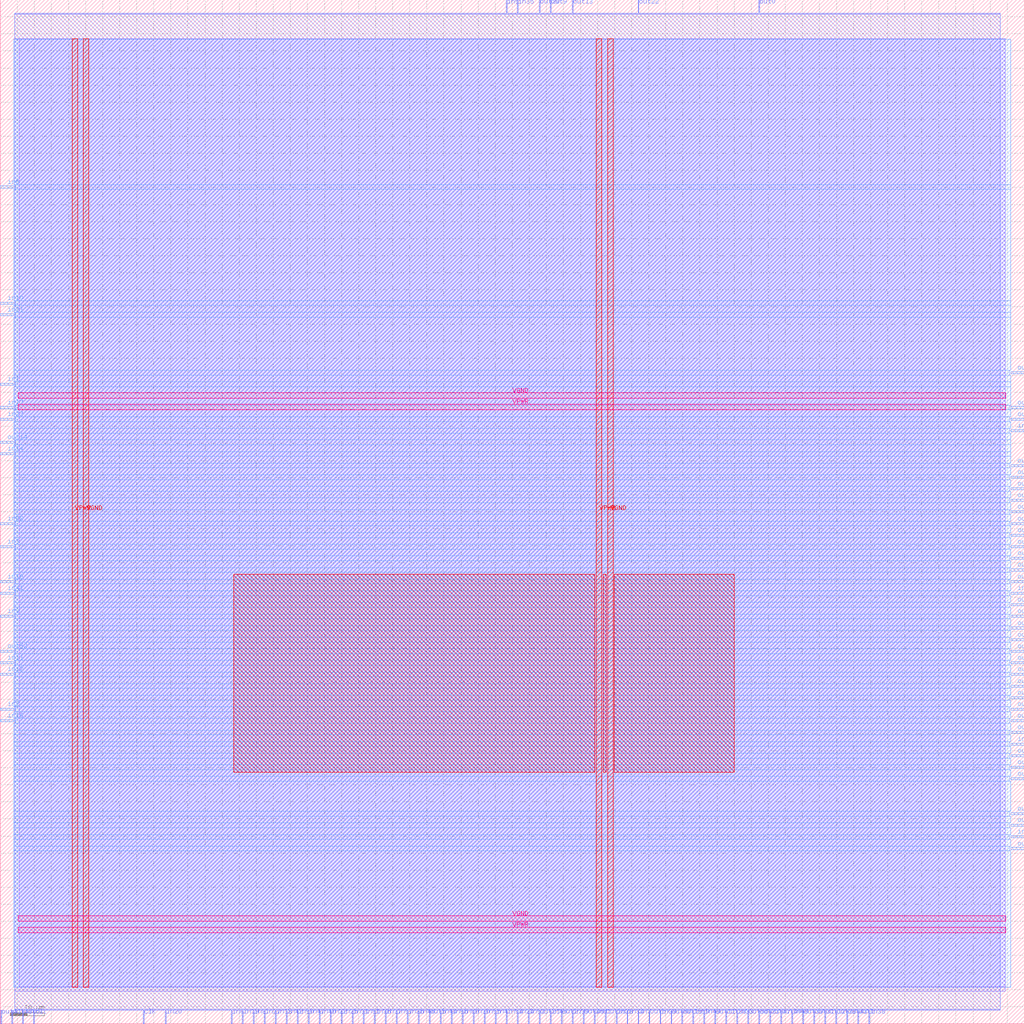
<source format=lef>
VERSION 5.7 ;
  NOWIREEXTENSIONATPIN ON ;
  DIVIDERCHAR "/" ;
  BUSBITCHARS "[]" ;
MACRO netlist_0
  CLASS BLOCK ;
  FOREIGN netlist_0 ;
  ORIGIN 0.000 0.000 ;
  SIZE 300.000 BY 300.000 ;
  PIN VGND
    DIRECTION INOUT ;
    USE GROUND ;
    PORT
      LAYER met4 ;
        RECT 24.340 10.640 25.940 288.560 ;
    END
    PORT
      LAYER met4 ;
        RECT 177.940 10.640 179.540 288.560 ;
    END
    PORT
      LAYER met5 ;
        RECT 5.280 30.030 294.640 31.630 ;
    END
    PORT
      LAYER met5 ;
        RECT 5.280 183.210 294.640 184.810 ;
    END
  END VGND
  PIN VPWR
    DIRECTION INOUT ;
    USE POWER ;
    PORT
      LAYER met4 ;
        RECT 21.040 10.640 22.640 288.560 ;
    END
    PORT
      LAYER met4 ;
        RECT 174.640 10.640 176.240 288.560 ;
    END
    PORT
      LAYER met5 ;
        RECT 5.280 26.730 294.640 28.330 ;
    END
    PORT
      LAYER met5 ;
        RECT 5.280 179.910 294.640 181.510 ;
    END
  END VPWR
  PIN clk
    DIRECTION INPUT ;
    USE SIGNAL ;
    ANTENNAGATEAREA 0.852000 ;
    ANTENNADIFFAREA 0.434700 ;
    PORT
      LAYER met2 ;
        RECT 41.950 0.000 42.230 4.000 ;
    END
  END clk
  PIN in0
    DIRECTION INPUT ;
    USE SIGNAL ;
    ANTENNAGATEAREA 0.495000 ;
    ANTENNADIFFAREA 0.434700 ;
    PORT
      LAYER met2 ;
        RECT 67.710 0.000 67.990 4.000 ;
    END
  END in0
  PIN in1
    DIRECTION INPUT ;
    USE SIGNAL ;
    ANTENNAGATEAREA 0.213000 ;
    ANTENNADIFFAREA 0.434700 ;
    PORT
      LAYER met3 ;
        RECT 0.000 187.040 4.000 187.640 ;
    END
  END in1
  PIN in10
    DIRECTION INPUT ;
    USE SIGNAL ;
    ANTENNAGATEAREA 0.159000 ;
    ANTENNADIFFAREA 0.434700 ;
    PORT
      LAYER met3 ;
        RECT 0.000 210.840 4.000 211.440 ;
    END
  END in10
  PIN in11
    DIRECTION INPUT ;
    USE SIGNAL ;
    ANTENNAGATEAREA 0.196500 ;
    ANTENNADIFFAREA 0.434700 ;
    PORT
      LAYER met3 ;
        RECT 0.000 105.440 4.000 106.040 ;
    END
  END in11
  PIN in12
    DIRECTION INPUT ;
    USE SIGNAL ;
    ANTENNAGATEAREA 0.196500 ;
    ANTENNADIFFAREA 0.434700 ;
    PORT
      LAYER met3 ;
        RECT 0.000 102.040 4.000 102.640 ;
    END
  END in12
  PIN in13
    DIRECTION INPUT ;
    USE SIGNAL ;
    ANTENNAGATEAREA 0.196500 ;
    ANTENNADIFFAREA 0.434700 ;
    PORT
      LAYER met2 ;
        RECT 80.590 0.000 80.870 4.000 ;
    END
  END in13
  PIN in14
    DIRECTION INPUT ;
    USE SIGNAL ;
    ANTENNAGATEAREA 0.196500 ;
    ANTENNADIFFAREA 0.434700 ;
    PORT
      LAYER met3 ;
        RECT 0.000 166.640 4.000 167.240 ;
    END
  END in14
  PIN in15
    DIRECTION INPUT ;
    USE SIGNAL ;
    ANTENNAGATEAREA 0.213000 ;
    ANTENNADIFFAREA 0.434700 ;
    PORT
      LAYER met3 ;
        RECT 296.000 173.440 300.000 174.040 ;
    END
  END in15
  PIN in16
    DIRECTION INPUT ;
    USE SIGNAL ;
    ANTENNAGATEAREA 0.196500 ;
    ANTENNADIFFAREA 0.434700 ;
    PORT
      LAYER met3 ;
        RECT 0.000 88.440 4.000 89.040 ;
    END
  END in16
  PIN in17
    DIRECTION INPUT ;
    USE SIGNAL ;
    ANTENNAGATEAREA 0.213000 ;
    ANTENNADIFFAREA 0.434700 ;
    PORT
      LAYER met3 ;
        RECT 0.000 180.240 4.000 180.840 ;
    END
  END in17
  PIN in18
    DIRECTION INPUT ;
    USE SIGNAL ;
    ANTENNAGATEAREA 0.126000 ;
    ANTENNADIFFAREA 0.434700 ;
    PORT
      LAYER met3 ;
        RECT 0.000 129.240 4.000 129.840 ;
    END
  END in18
  PIN in19
    DIRECTION INPUT ;
    USE SIGNAL ;
    ANTENNAGATEAREA 0.159000 ;
    ANTENNADIFFAREA 0.434700 ;
    PORT
      LAYER met2 ;
        RECT 70.930 0.000 71.210 4.000 ;
    END
  END in19
  PIN in2
    DIRECTION INPUT ;
    USE SIGNAL ;
    ANTENNAGATEAREA 0.126000 ;
    ANTENNADIFFAREA 0.434700 ;
    PORT
      LAYER met3 ;
        RECT 0.000 91.840 4.000 92.440 ;
    END
  END in2
  PIN in20
    DIRECTION INPUT ;
    USE SIGNAL ;
    ANTENNAGATEAREA 0.159000 ;
    ANTENNADIFFAREA 0.434700 ;
    PORT
      LAYER met2 ;
        RECT 48.390 0.000 48.670 4.000 ;
    END
  END in20
  PIN in21
    DIRECTION INPUT ;
    USE SIGNAL ;
    ANTENNAGATEAREA 0.990000 ;
    ANTENNADIFFAREA 0.434700 ;
    PORT
      LAYER met3 ;
        RECT 0.000 207.440 4.000 208.040 ;
    END
  END in21
  PIN in22
    DIRECTION INPUT ;
    USE SIGNAL ;
    ANTENNAGATEAREA 0.213000 ;
    ANTENNADIFFAREA 0.434700 ;
    PORT
      LAYER met2 ;
        RECT 96.690 0.000 96.970 4.000 ;
    END
  END in22
  PIN in23
    DIRECTION INPUT ;
    USE SIGNAL ;
    ANTENNAGATEAREA 0.126000 ;
    ANTENNADIFFAREA 0.434700 ;
    PORT
      LAYER met3 ;
        RECT 0.000 176.840 4.000 177.440 ;
    END
  END in23
  PIN in24
    DIRECTION INPUT ;
    USE SIGNAL ;
    ANTENNAGATEAREA 0.196500 ;
    ANTENNADIFFAREA 0.434700 ;
    PORT
      LAYER met2 ;
        RECT 151.430 0.000 151.710 4.000 ;
    END
  END in24
  PIN in25
    DIRECTION INPUT ;
    USE SIGNAL ;
    ANTENNAGATEAREA 0.196500 ;
    ANTENNADIFFAREA 0.434700 ;
    PORT
      LAYER met2 ;
        RECT 99.910 0.000 100.190 4.000 ;
    END
  END in25
  PIN in26
    DIRECTION INPUT ;
    USE SIGNAL ;
    ANTENNAGATEAREA 0.196500 ;
    ANTENNADIFFAREA 0.434700 ;
    PORT
      LAYER met2 ;
        RECT 119.230 0.000 119.510 4.000 ;
    END
  END in26
  PIN in27
    DIRECTION INPUT ;
    USE SIGNAL ;
    ANTENNAGATEAREA 0.213000 ;
    ANTENNADIFFAREA 0.434700 ;
    PORT
      LAYER met2 ;
        RECT 77.370 0.000 77.650 4.000 ;
    END
  END in27
  PIN in28
    DIRECTION INPUT ;
    USE SIGNAL ;
    ANTENNAGATEAREA 0.196500 ;
    ANTENNADIFFAREA 0.434700 ;
    PORT
      LAYER met2 ;
        RECT 180.410 0.000 180.690 4.000 ;
    END
  END in28
  PIN in29
    DIRECTION INPUT ;
    USE SIGNAL ;
    ANTENNAGATEAREA 0.159000 ;
    ANTENNADIFFAREA 0.434700 ;
    PORT
      LAYER met2 ;
        RECT 193.290 0.000 193.570 4.000 ;
    END
  END in29
  PIN in3
    DIRECTION INPUT ;
    USE SIGNAL ;
    ANTENNAGATEAREA 0.213000 ;
    ANTENNADIFFAREA 0.434700 ;
    PORT
      LAYER met3 ;
        RECT 0.000 139.440 4.000 140.040 ;
    END
  END in3
  PIN in30
    DIRECTION INPUT ;
    USE SIGNAL ;
    ANTENNAGATEAREA 0.196500 ;
    ANTENNADIFFAREA 0.434700 ;
    PORT
      LAYER met2 ;
        RECT 138.550 0.000 138.830 4.000 ;
    END
  END in30
  PIN in31
    DIRECTION INPUT ;
    USE SIGNAL ;
    ANTENNAGATEAREA 0.213000 ;
    ANTENNADIFFAREA 0.434700 ;
    PORT
      LAYER met2 ;
        RECT 103.130 0.000 103.410 4.000 ;
    END
  END in31
  PIN in32
    DIRECTION INPUT ;
    USE SIGNAL ;
    ANTENNAGATEAREA 0.213000 ;
    ANTENNADIFFAREA 0.434700 ;
    PORT
      LAYER met3 ;
        RECT 296.000 81.640 300.000 82.240 ;
    END
  END in32
  PIN in33
    DIRECTION INPUT ;
    USE SIGNAL ;
    ANTENNAGATEAREA 0.213000 ;
    ANTENNADIFFAREA 0.434700 ;
    PORT
      LAYER met2 ;
        RECT 215.830 0.000 216.110 4.000 ;
    END
  END in33
  PIN in34
    DIRECTION INPUT ;
    USE SIGNAL ;
    ANTENNAGATEAREA 0.213000 ;
    ANTENNADIFFAREA 0.434700 ;
    PORT
      LAYER met2 ;
        RECT 183.630 0.000 183.910 4.000 ;
    END
  END in34
  PIN in35
    DIRECTION INPUT ;
    USE SIGNAL ;
    ANTENNAGATEAREA 0.196500 ;
    ANTENNADIFFAREA 0.434700 ;
    PORT
      LAYER met2 ;
        RECT 151.430 296.000 151.710 300.000 ;
    END
  END in35
  PIN in36
    DIRECTION INPUT ;
    USE SIGNAL ;
    ANTENNAGATEAREA 0.196500 ;
    ANTENNADIFFAREA 0.434700 ;
    PORT
      LAYER met2 ;
        RECT 109.570 0.000 109.850 4.000 ;
    END
  END in36
  PIN in37
    DIRECTION INPUT ;
    USE SIGNAL ;
    ANTENNAGATEAREA 0.196500 ;
    ANTENNADIFFAREA 0.434700 ;
    PORT
      LAYER met2 ;
        RECT 112.790 0.000 113.070 4.000 ;
    END
  END in37
  PIN in38
    DIRECTION INPUT ;
    USE SIGNAL ;
    ANTENNAGATEAREA 0.213000 ;
    ANTENNADIFFAREA 0.434700 ;
    PORT
      LAYER met2 ;
        RECT 254.470 0.000 254.750 4.000 ;
    END
  END in38
  PIN in39
    DIRECTION INPUT ;
    USE SIGNAL ;
    ANTENNAGATEAREA 0.196500 ;
    ANTENNADIFFAREA 0.434700 ;
    PORT
      LAYER met2 ;
        RECT 167.530 0.000 167.810 4.000 ;
    END
  END in39
  PIN in4
    DIRECTION INPUT ;
    USE SIGNAL ;
    ANTENNAGATEAREA 0.196500 ;
    ANTENNADIFFAREA 0.434700 ;
    PORT
      LAYER met2 ;
        RECT 144.990 0.000 145.270 4.000 ;
    END
  END in4
  PIN in40
    DIRECTION INPUT ;
    USE SIGNAL ;
    ANTENNAGATEAREA 0.213000 ;
    ANTENNADIFFAREA 0.434700 ;
    PORT
      LAYER met2 ;
        RECT 93.470 0.000 93.750 4.000 ;
    END
  END in40
  PIN in41
    DIRECTION INPUT ;
    USE SIGNAL ;
    ANTENNAGATEAREA 0.126000 ;
    ANTENNADIFFAREA 0.434700 ;
    PORT
      LAYER met3 ;
        RECT 0.000 125.840 4.000 126.440 ;
    END
  END in41
  PIN in42
    DIRECTION INPUT ;
    USE SIGNAL ;
    ANTENNAGATEAREA 0.196500 ;
    ANTENNADIFFAREA 0.434700 ;
    PORT
      LAYER met2 ;
        RECT 83.810 0.000 84.090 4.000 ;
    END
  END in42
  PIN in43
    DIRECTION INPUT ;
    USE SIGNAL ;
    ANTENNAGATEAREA 0.159000 ;
    ANTENNADIFFAREA 0.434700 ;
    PORT
      LAYER met3 ;
        RECT 296.000 125.840 300.000 126.440 ;
    END
  END in43
  PIN in44
    DIRECTION INPUT ;
    USE SIGNAL ;
    ANTENNAGATEAREA 0.196500 ;
    ANTENNADIFFAREA 0.434700 ;
    PORT
      LAYER met2 ;
        RECT 128.890 0.000 129.170 4.000 ;
    END
  END in44
  PIN in45
    DIRECTION INPUT ;
    USE SIGNAL ;
    ANTENNAGATEAREA 0.196500 ;
    ANTENNADIFFAREA 0.434700 ;
    PORT
      LAYER met2 ;
        RECT 161.090 0.000 161.370 4.000 ;
    END
  END in45
  PIN in46
    DIRECTION INPUT ;
    USE SIGNAL ;
    ANTENNAGATEAREA 0.196500 ;
    ANTENNADIFFAREA 0.434700 ;
    PORT
      LAYER met2 ;
        RECT 122.450 0.000 122.730 4.000 ;
    END
  END in46
  PIN in47
    DIRECTION INPUT ;
    USE SIGNAL ;
    ANTENNAGATEAREA 0.196500 ;
    ANTENNADIFFAREA 0.434700 ;
    PORT
      LAYER met2 ;
        RECT 90.250 0.000 90.530 4.000 ;
    END
  END in47
  PIN in48
    DIRECTION INPUT ;
    USE SIGNAL ;
    ANTENNAGATEAREA 0.196500 ;
    ANTENNADIFFAREA 0.434700 ;
    PORT
      LAYER met2 ;
        RECT 231.930 0.000 232.210 4.000 ;
    END
  END in48
  PIN in49
    DIRECTION INPUT ;
    USE SIGNAL ;
    ANTENNAGATEAREA 0.159000 ;
    ANTENNADIFFAREA 0.434700 ;
    PORT
      LAYER met2 ;
        RECT 206.170 0.000 206.450 4.000 ;
    END
  END in49
  PIN in5
    DIRECTION INPUT ;
    USE SIGNAL ;
    ANTENNAGATEAREA 0.213000 ;
    ANTENNADIFFAREA 0.434700 ;
    PORT
      LAYER met2 ;
        RECT 148.210 296.000 148.490 300.000 ;
    END
  END in5
  PIN in50
    DIRECTION INPUT ;
    USE SIGNAL ;
    ANTENNAGATEAREA 0.159000 ;
    ANTENNADIFFAREA 0.434700 ;
    PORT
      LAYER met2 ;
        RECT 87.030 0.000 87.310 4.000 ;
    END
  END in50
  PIN in51
    DIRECTION INPUT ;
    USE SIGNAL ;
    ANTENNAGATEAREA 0.196500 ;
    ANTENNADIFFAREA 0.434700 ;
    PORT
      LAYER met2 ;
        RECT 106.350 0.000 106.630 4.000 ;
    END
  END in51
  PIN in52
    DIRECTION INPUT ;
    USE SIGNAL ;
    ANTENNAGATEAREA 0.126000 ;
    ANTENNADIFFAREA 0.434700 ;
    PORT
      LAYER met2 ;
        RECT 154.650 0.000 154.930 4.000 ;
    END
  END in52
  PIN in53
    DIRECTION INPUT ;
    USE SIGNAL ;
    ANTENNAGATEAREA 0.213000 ;
    ANTENNADIFFAREA 0.434700 ;
    PORT
      LAYER met3 ;
        RECT 296.000 54.440 300.000 55.040 ;
    END
  END in53
  PIN in54
    DIRECTION INPUT ;
    USE SIGNAL ;
    ANTENNAGATEAREA 0.196500 ;
    ANTENNADIFFAREA 0.434700 ;
    PORT
      LAYER met2 ;
        RECT 148.210 0.000 148.490 4.000 ;
    END
  END in54
  PIN in55
    DIRECTION INPUT ;
    USE SIGNAL ;
    ANTENNAGATEAREA 0.196500 ;
    ANTENNADIFFAREA 0.434700 ;
    PORT
      LAYER met2 ;
        RECT 141.770 0.000 142.050 4.000 ;
    END
  END in55
  PIN in56
    DIRECTION INPUT ;
    USE SIGNAL ;
    ANTENNAGATEAREA 0.196500 ;
    ANTENNADIFFAREA 0.434700 ;
    PORT
      LAYER met2 ;
        RECT 132.110 0.000 132.390 4.000 ;
    END
  END in56
  PIN in57
    DIRECTION INPUT ;
    USE SIGNAL ;
    ANTENNAGATEAREA 0.196500 ;
    ANTENNADIFFAREA 0.434700 ;
    PORT
      LAYER met2 ;
        RECT 116.010 0.000 116.290 4.000 ;
    END
  END in57
  PIN in58
    DIRECTION INPUT ;
    USE SIGNAL ;
    ANTENNAGATEAREA 0.159000 ;
    ANTENNADIFFAREA 0.434700 ;
    PORT
      LAYER met3 ;
        RECT 0.000 146.240 4.000 146.840 ;
    END
  END in58
  PIN in59
    DIRECTION INPUT ;
    USE SIGNAL ;
    ANTENNAGATEAREA 0.247500 ;
    ANTENNADIFFAREA 0.434700 ;
    PORT
      LAYER met2 ;
        RECT 202.950 0.000 203.230 4.000 ;
    END
  END in59
  PIN in6
    DIRECTION INPUT ;
    USE SIGNAL ;
    ANTENNAGATEAREA 0.159000 ;
    ANTENNADIFFAREA 0.434700 ;
    PORT
      LAYER met3 ;
        RECT 0.000 244.840 4.000 245.440 ;
    END
  END in6
  PIN in60
    DIRECTION INPUT ;
    USE SIGNAL ;
    ANTENNAGATEAREA 0.196500 ;
    ANTENNADIFFAREA 0.434700 ;
    PORT
      LAYER met2 ;
        RECT 135.330 0.000 135.610 4.000 ;
    END
  END in60
  PIN in61
    DIRECTION INPUT ;
    USE SIGNAL ;
    ANTENNAGATEAREA 0.196500 ;
    ANTENNADIFFAREA 0.434700 ;
    PORT
      LAYER met2 ;
        RECT 173.970 0.000 174.250 4.000 ;
    END
  END in61
  PIN in7
    DIRECTION INPUT ;
    USE SIGNAL ;
    ANTENNAGATEAREA 0.196500 ;
    ANTENNADIFFAREA 0.434700 ;
    PORT
      LAYER met2 ;
        RECT 186.850 0.000 187.130 4.000 ;
    END
  END in7
  PIN in8
    DIRECTION INPUT ;
    USE SIGNAL ;
    ANTENNAGATEAREA 0.213000 ;
    ANTENNADIFFAREA 0.434700 ;
    PORT
      LAYER met2 ;
        RECT 74.150 0.000 74.430 4.000 ;
    END
  END in8
  PIN in9
    DIRECTION INPUT ;
    USE SIGNAL ;
    ANTENNAGATEAREA 0.196500 ;
    ANTENNADIFFAREA 0.434700 ;
    PORT
      LAYER met3 ;
        RECT 0.000 119.040 4.000 119.640 ;
    END
  END in9
  PIN out0
    DIRECTION OUTPUT ;
    USE SIGNAL ;
    ANTENNADIFFAREA 0.795200 ;
    PORT
      LAYER met2 ;
        RECT 222.270 296.000 222.550 300.000 ;
    END
  END out0
  PIN out1
    DIRECTION OUTPUT ;
    USE SIGNAL ;
    ANTENNADIFFAREA 0.445500 ;
    PORT
      LAYER met2 ;
        RECT 251.250 0.000 251.530 4.000 ;
    END
  END out1
  PIN out10
    DIRECTION OUTPUT ;
    USE SIGNAL ;
    ANTENNADIFFAREA 0.445500 ;
    PORT
      LAYER met3 ;
        RECT 296.000 139.440 300.000 140.040 ;
    END
  END out10
  PIN out11
    DIRECTION OUTPUT ;
    USE SIGNAL ;
    ANTENNADIFFAREA 0.445500 ;
    PORT
      LAYER met2 ;
        RECT 209.390 0.000 209.670 4.000 ;
    END
  END out11
  PIN out12
    DIRECTION OUTPUT ;
    USE SIGNAL ;
    ANTENNADIFFAREA 0.445500 ;
    PORT
      LAYER met2 ;
        RECT 241.590 0.000 241.870 4.000 ;
    END
  END out12
  PIN out13
    DIRECTION OUTPUT ;
    USE SIGNAL ;
    ANTENNADIFFAREA 0.340600 ;
    PORT
      LAYER met2 ;
        RECT 167.530 296.000 167.810 300.000 ;
    END
  END out13
  PIN out14
    DIRECTION OUTPUT ;
    USE SIGNAL ;
    ANTENNADIFFAREA 0.445500 ;
    PORT
      LAYER met3 ;
        RECT 0.000 170.040 4.000 170.640 ;
    END
  END out14
  PIN out15
    DIRECTION OUTPUT ;
    USE SIGNAL ;
    ANTENNADIFFAREA 0.445500 ;
    PORT
      LAYER met2 ;
        RECT 199.730 0.000 200.010 4.000 ;
    END
  END out15
  PIN out16
    DIRECTION OUTPUT ;
    USE SIGNAL ;
    ANTENNADIFFAREA 0.445500 ;
    PORT
      LAYER met3 ;
        RECT 296.000 108.840 300.000 109.440 ;
    END
  END out16
  PIN out17
    DIRECTION OUTPUT ;
    USE SIGNAL ;
    ANTENNADIFFAREA 0.445500 ;
    PORT
      LAYER met3 ;
        RECT 296.000 190.440 300.000 191.040 ;
    END
  END out17
  PIN out18
    DIRECTION OUTPUT ;
    USE SIGNAL ;
    ANTENNADIFFAREA 0.445500 ;
    PORT
      LAYER met3 ;
        RECT 296.000 74.840 300.000 75.440 ;
    END
  END out18
  PIN out19
    DIRECTION OUTPUT ;
    USE SIGNAL ;
    ANTENNADIFFAREA 0.445500 ;
    PORT
      LAYER met3 ;
        RECT 296.000 180.240 300.000 180.840 ;
    END
  END out19
  PIN out2
    DIRECTION OUTPUT ;
    USE SIGNAL ;
    ANTENNADIFFAREA 0.445500 ;
    PORT
      LAYER met3 ;
        RECT 296.000 129.240 300.000 129.840 ;
    END
  END out2
  PIN out20
    DIRECTION OUTPUT ;
    USE SIGNAL ;
    ANTENNADIFFAREA 0.795200 ;
    PORT
      LAYER met2 ;
        RECT 157.870 296.000 158.150 300.000 ;
    END
  END out20
  PIN out21
    DIRECTION OUTPUT ;
    USE SIGNAL ;
    ANTENNADIFFAREA 0.445500 ;
    PORT
      LAYER met2 ;
        RECT 157.870 0.000 158.150 4.000 ;
    END
  END out21
  PIN out22
    DIRECTION OUTPUT ;
    USE SIGNAL ;
    ANTENNADIFFAREA 0.795200 ;
    PORT
      LAYER met2 ;
        RECT 186.850 296.000 187.130 300.000 ;
    END
  END out22
  PIN out23
    DIRECTION OUTPUT ;
    USE SIGNAL ;
    ANTENNADIFFAREA 0.445500 ;
    PORT
      LAYER met2 ;
        RECT 222.270 0.000 222.550 4.000 ;
    END
  END out23
  PIN out24
    DIRECTION OUTPUT ;
    USE SIGNAL ;
    ANTENNADIFFAREA 0.445500 ;
    PORT
      LAYER met3 ;
        RECT 296.000 57.840 300.000 58.440 ;
    END
  END out24
  PIN out25
    DIRECTION OUTPUT ;
    USE SIGNAL ;
    ANTENNADIFFAREA 0.445500 ;
    PORT
      LAYER met3 ;
        RECT 296.000 98.640 300.000 99.240 ;
    END
  END out25
  PIN out26
    DIRECTION OUTPUT ;
    USE SIGNAL ;
    ANTENNADIFFAREA 0.445500 ;
    PORT
      LAYER met3 ;
        RECT 296.000 149.640 300.000 150.240 ;
    END
  END out26
  PIN out27
    DIRECTION OUTPUT ;
    USE SIGNAL ;
    ANTENNADIFFAREA 0.445500 ;
    PORT
      LAYER met2 ;
        RECT 164.310 0.000 164.590 4.000 ;
    END
  END out27
  PIN out28
    DIRECTION OUTPUT ;
    USE SIGNAL ;
    ANTENNADIFFAREA 0.445500 ;
    PORT
      LAYER met2 ;
        RECT 244.810 0.000 245.090 4.000 ;
    END
  END out28
  PIN out29
    DIRECTION OUTPUT ;
    USE SIGNAL ;
    ANTENNADIFFAREA 0.445500 ;
    PORT
      LAYER met3 ;
        RECT 296.000 142.840 300.000 143.440 ;
    END
  END out29
  PIN out3
    DIRECTION OUTPUT ;
    USE SIGNAL ;
    ANTENNADIFFAREA 0.445500 ;
    PORT
      LAYER met3 ;
        RECT 296.000 132.640 300.000 133.240 ;
    END
  END out3
  PIN out30
    DIRECTION OUTPUT ;
    USE SIGNAL ;
    ANTENNADIFFAREA 0.445500 ;
    PORT
      LAYER met3 ;
        RECT 296.000 51.040 300.000 51.640 ;
    END
  END out30
  PIN out31
    DIRECTION OUTPUT ;
    USE SIGNAL ;
    ANTENNADIFFAREA 0.445500 ;
    PORT
      LAYER met2 ;
        RECT 238.370 0.000 238.650 4.000 ;
    END
  END out31
  PIN out32
    DIRECTION OUTPUT ;
    USE SIGNAL ;
    ANTENNADIFFAREA 0.445500 ;
    PORT
      LAYER met3 ;
        RECT 296.000 159.840 300.000 160.440 ;
    END
  END out32
  PIN out33
    DIRECTION OUTPUT ;
    USE SIGNAL ;
    ANTENNADIFFAREA 0.445500 ;
    PORT
      LAYER met3 ;
        RECT 296.000 146.240 300.000 146.840 ;
    END
  END out33
  PIN out34
    DIRECTION OUTPUT ;
    USE SIGNAL ;
    ANTENNADIFFAREA 0.340600 ;
    PORT
      LAYER met3 ;
        RECT 296.000 102.040 300.000 102.640 ;
    END
  END out34
  PIN out35
    DIRECTION OUTPUT ;
    USE SIGNAL ;
    ANTENNADIFFAREA 0.445500 ;
    PORT
      LAYER met2 ;
        RECT 177.190 0.000 177.470 4.000 ;
    END
  END out35
  PIN out36
    DIRECTION OUTPUT ;
    USE SIGNAL ;
    ANTENNADIFFAREA 0.445500 ;
    PORT
      LAYER met3 ;
        RECT 296.000 136.040 300.000 136.640 ;
    END
  END out36
  PIN out37
    DIRECTION OUTPUT ;
    USE SIGNAL ;
    ANTENNADIFFAREA 0.445500 ;
    PORT
      LAYER met3 ;
        RECT 296.000 153.040 300.000 153.640 ;
    END
  END out37
  PIN out38
    DIRECTION OUTPUT ;
    USE SIGNAL ;
    ANTENNADIFFAREA 0.445500 ;
    PORT
      LAYER met2 ;
        RECT 212.610 0.000 212.890 4.000 ;
    END
  END out38
  PIN out39
    DIRECTION OUTPUT ;
    USE SIGNAL ;
    ANTENNADIFFAREA 0.445500 ;
    PORT
      LAYER met2 ;
        RECT 235.150 0.000 235.430 4.000 ;
    END
  END out39
  PIN out4
    DIRECTION OUTPUT ;
    USE SIGNAL ;
    ANTENNADIFFAREA 0.445500 ;
    PORT
      LAYER met3 ;
        RECT 296.000 176.840 300.000 177.440 ;
    END
  END out4
  PIN out40
    DIRECTION OUTPUT ;
    USE SIGNAL ;
    ANTENNADIFFAREA 0.445500 ;
    PORT
      LAYER met2 ;
        RECT 228.710 0.000 228.990 4.000 ;
    END
  END out40
  PIN out41
    DIRECTION OUTPUT ;
    USE SIGNAL ;
    PORT
      LAYER met2 ;
        RECT 0.090 0.000 0.370 4.000 ;
    END
  END out41
  PIN out42
    DIRECTION OUTPUT ;
    USE SIGNAL ;
    ANTENNADIFFAREA 0.445500 ;
    PORT
      LAYER met3 ;
        RECT 296.000 71.440 300.000 72.040 ;
    END
  END out42
  PIN out43
    DIRECTION OUTPUT ;
    USE SIGNAL ;
    ANTENNADIFFAREA 0.445500 ;
    PORT
      LAYER met2 ;
        RECT 248.030 0.000 248.310 4.000 ;
    END
  END out43
  PIN out44
    DIRECTION OUTPUT ;
    USE SIGNAL ;
    ANTENNADIFFAREA 0.445500 ;
    PORT
      LAYER met3 ;
        RECT 296.000 85.040 300.000 85.640 ;
    END
  END out44
  PIN out45
    DIRECTION OUTPUT ;
    USE SIGNAL ;
    ANTENNADIFFAREA 0.445500 ;
    PORT
      LAYER met3 ;
        RECT 296.000 105.440 300.000 106.040 ;
    END
  END out45
  PIN out46
    DIRECTION OUTPUT ;
    USE SIGNAL ;
    ANTENNADIFFAREA 0.445500 ;
    PORT
      LAYER met2 ;
        RECT 170.750 0.000 171.030 4.000 ;
    END
  END out46
  PIN out47
    DIRECTION OUTPUT ;
    USE SIGNAL ;
    ANTENNADIFFAREA 0.445500 ;
    PORT
      LAYER met2 ;
        RECT 225.490 0.000 225.770 4.000 ;
    END
  END out47
  PIN out48
    DIRECTION OUTPUT ;
    USE SIGNAL ;
    PORT
      LAYER met2 ;
        RECT 3.310 0.000 3.590 4.000 ;
    END
  END out48
  PIN out49
    DIRECTION OUTPUT ;
    USE SIGNAL ;
    ANTENNADIFFAREA 0.445500 ;
    PORT
      LAYER met3 ;
        RECT 296.000 112.240 300.000 112.840 ;
    END
  END out49
  PIN out5
    DIRECTION OUTPUT ;
    USE SIGNAL ;
    ANTENNADIFFAREA 0.445500 ;
    PORT
      LAYER met2 ;
        RECT 125.670 0.000 125.950 4.000 ;
    END
  END out5
  PIN out50
    DIRECTION OUTPUT ;
    USE SIGNAL ;
    ANTENNADIFFAREA 0.445500 ;
    PORT
      LAYER met3 ;
        RECT 296.000 122.440 300.000 123.040 ;
    END
  END out50
  PIN out51
    DIRECTION OUTPUT ;
    USE SIGNAL ;
    ANTENNADIFFAREA 0.445500 ;
    PORT
      LAYER met3 ;
        RECT 296.000 88.440 300.000 89.040 ;
    END
  END out51
  PIN out52
    DIRECTION OUTPUT ;
    USE SIGNAL ;
    ANTENNADIFFAREA 0.445500 ;
    PORT
      LAYER met3 ;
        RECT 0.000 108.840 4.000 109.440 ;
    END
  END out52
  PIN out53
    DIRECTION OUTPUT ;
    USE SIGNAL ;
    ANTENNADIFFAREA 0.445500 ;
    PORT
      LAYER met3 ;
        RECT 296.000 95.240 300.000 95.840 ;
    END
  END out53
  PIN out54
    DIRECTION OUTPUT ;
    USE SIGNAL ;
    ANTENNADIFFAREA 0.445500 ;
    PORT
      LAYER met3 ;
        RECT 296.000 91.840 300.000 92.440 ;
    END
  END out54
  PIN out55
    DIRECTION OUTPUT ;
    USE SIGNAL ;
    ANTENNADIFFAREA 0.445500 ;
    PORT
      LAYER met3 ;
        RECT 296.000 115.640 300.000 116.240 ;
    END
  END out55
  PIN out56
    DIRECTION OUTPUT ;
    USE SIGNAL ;
    ANTENNADIFFAREA 0.445500 ;
    PORT
      LAYER met2 ;
        RECT 219.050 0.000 219.330 4.000 ;
    END
  END out56
  PIN out57
    DIRECTION OUTPUT ;
    USE SIGNAL ;
    ANTENNADIFFAREA 0.445500 ;
    PORT
      LAYER met2 ;
        RECT 190.070 0.000 190.350 4.000 ;
    END
  END out57
  PIN out58
    DIRECTION OUTPUT ;
    USE SIGNAL ;
    ANTENNADIFFAREA 0.445500 ;
    PORT
      LAYER met3 ;
        RECT 296.000 163.240 300.000 163.840 ;
    END
  END out58
  PIN out59
    DIRECTION OUTPUT ;
    USE SIGNAL ;
    ANTENNADIFFAREA 0.445500 ;
    PORT
      LAYER met3 ;
        RECT 296.000 78.240 300.000 78.840 ;
    END
  END out59
  PIN out6
    DIRECTION OUTPUT ;
    USE SIGNAL ;
    ANTENNADIFFAREA 0.445500 ;
    PORT
      LAYER met3 ;
        RECT 296.000 119.040 300.000 119.640 ;
    END
  END out6
  PIN out60
    DIRECTION OUTPUT ;
    USE SIGNAL ;
    ANTENNADIFFAREA 0.445500 ;
    PORT
      LAYER met2 ;
        RECT 196.510 0.000 196.790 4.000 ;
    END
  END out60
  PIN out61
    DIRECTION OUTPUT ;
    USE SIGNAL ;
    PORT
      LAYER met2 ;
        RECT 6.530 0.000 6.810 4.000 ;
    END
  END out61
  PIN out7
    DIRECTION OUTPUT ;
    USE SIGNAL ;
    ANTENNADIFFAREA 0.445500 ;
    PORT
      LAYER met3 ;
        RECT 296.000 156.440 300.000 157.040 ;
    END
  END out7
  PIN out8
    DIRECTION OUTPUT ;
    USE SIGNAL ;
    ANTENNADIFFAREA 0.445500 ;
    PORT
      LAYER met3 ;
        RECT 296.000 61.240 300.000 61.840 ;
    END
  END out8
  PIN out9
    DIRECTION OUTPUT ;
    USE SIGNAL ;
    ANTENNADIFFAREA 0.795200 ;
    PORT
      LAYER met2 ;
        RECT 161.090 296.000 161.370 300.000 ;
    END
  END out9
  PIN rst
    DIRECTION INPUT ;
    USE SIGNAL ;
    PORT
      LAYER met2 ;
        RECT 9.750 0.000 10.030 4.000 ;
    END
  END rst
  OBS
      LAYER li1 ;
        RECT 5.520 10.795 294.400 288.405 ;
      LAYER met1 ;
        RECT 4.210 9.560 294.400 288.560 ;
      LAYER met2 ;
        RECT 4.230 295.720 147.930 296.000 ;
        RECT 148.770 295.720 151.150 296.000 ;
        RECT 151.990 295.720 157.590 296.000 ;
        RECT 158.430 295.720 160.810 296.000 ;
        RECT 161.650 295.720 167.250 296.000 ;
        RECT 168.090 295.720 186.570 296.000 ;
        RECT 187.410 295.720 221.990 296.000 ;
        RECT 222.830 295.720 292.930 296.000 ;
        RECT 4.230 4.280 292.930 295.720 ;
        RECT 4.230 4.000 6.250 4.280 ;
        RECT 7.090 4.000 9.470 4.280 ;
        RECT 10.310 4.000 41.670 4.280 ;
        RECT 42.510 4.000 48.110 4.280 ;
        RECT 48.950 4.000 67.430 4.280 ;
        RECT 68.270 4.000 70.650 4.280 ;
        RECT 71.490 4.000 73.870 4.280 ;
        RECT 74.710 4.000 77.090 4.280 ;
        RECT 77.930 4.000 80.310 4.280 ;
        RECT 81.150 4.000 83.530 4.280 ;
        RECT 84.370 4.000 86.750 4.280 ;
        RECT 87.590 4.000 89.970 4.280 ;
        RECT 90.810 4.000 93.190 4.280 ;
        RECT 94.030 4.000 96.410 4.280 ;
        RECT 97.250 4.000 99.630 4.280 ;
        RECT 100.470 4.000 102.850 4.280 ;
        RECT 103.690 4.000 106.070 4.280 ;
        RECT 106.910 4.000 109.290 4.280 ;
        RECT 110.130 4.000 112.510 4.280 ;
        RECT 113.350 4.000 115.730 4.280 ;
        RECT 116.570 4.000 118.950 4.280 ;
        RECT 119.790 4.000 122.170 4.280 ;
        RECT 123.010 4.000 125.390 4.280 ;
        RECT 126.230 4.000 128.610 4.280 ;
        RECT 129.450 4.000 131.830 4.280 ;
        RECT 132.670 4.000 135.050 4.280 ;
        RECT 135.890 4.000 138.270 4.280 ;
        RECT 139.110 4.000 141.490 4.280 ;
        RECT 142.330 4.000 144.710 4.280 ;
        RECT 145.550 4.000 147.930 4.280 ;
        RECT 148.770 4.000 151.150 4.280 ;
        RECT 151.990 4.000 154.370 4.280 ;
        RECT 155.210 4.000 157.590 4.280 ;
        RECT 158.430 4.000 160.810 4.280 ;
        RECT 161.650 4.000 164.030 4.280 ;
        RECT 164.870 4.000 167.250 4.280 ;
        RECT 168.090 4.000 170.470 4.280 ;
        RECT 171.310 4.000 173.690 4.280 ;
        RECT 174.530 4.000 176.910 4.280 ;
        RECT 177.750 4.000 180.130 4.280 ;
        RECT 180.970 4.000 183.350 4.280 ;
        RECT 184.190 4.000 186.570 4.280 ;
        RECT 187.410 4.000 189.790 4.280 ;
        RECT 190.630 4.000 193.010 4.280 ;
        RECT 193.850 4.000 196.230 4.280 ;
        RECT 197.070 4.000 199.450 4.280 ;
        RECT 200.290 4.000 202.670 4.280 ;
        RECT 203.510 4.000 205.890 4.280 ;
        RECT 206.730 4.000 209.110 4.280 ;
        RECT 209.950 4.000 212.330 4.280 ;
        RECT 213.170 4.000 215.550 4.280 ;
        RECT 216.390 4.000 218.770 4.280 ;
        RECT 219.610 4.000 221.990 4.280 ;
        RECT 222.830 4.000 225.210 4.280 ;
        RECT 226.050 4.000 228.430 4.280 ;
        RECT 229.270 4.000 231.650 4.280 ;
        RECT 232.490 4.000 234.870 4.280 ;
        RECT 235.710 4.000 238.090 4.280 ;
        RECT 238.930 4.000 241.310 4.280 ;
        RECT 242.150 4.000 244.530 4.280 ;
        RECT 245.370 4.000 247.750 4.280 ;
        RECT 248.590 4.000 250.970 4.280 ;
        RECT 251.810 4.000 254.190 4.280 ;
        RECT 255.030 4.000 292.930 4.280 ;
      LAYER met3 ;
        RECT 3.990 245.840 296.000 288.485 ;
        RECT 4.400 244.440 296.000 245.840 ;
        RECT 3.990 211.840 296.000 244.440 ;
        RECT 4.400 210.440 296.000 211.840 ;
        RECT 3.990 208.440 296.000 210.440 ;
        RECT 4.400 207.040 296.000 208.440 ;
        RECT 3.990 191.440 296.000 207.040 ;
        RECT 3.990 190.040 295.600 191.440 ;
        RECT 3.990 188.040 296.000 190.040 ;
        RECT 4.400 186.640 296.000 188.040 ;
        RECT 3.990 181.240 296.000 186.640 ;
        RECT 4.400 179.840 295.600 181.240 ;
        RECT 3.990 177.840 296.000 179.840 ;
        RECT 4.400 176.440 295.600 177.840 ;
        RECT 3.990 174.440 296.000 176.440 ;
        RECT 3.990 173.040 295.600 174.440 ;
        RECT 3.990 171.040 296.000 173.040 ;
        RECT 4.400 169.640 296.000 171.040 ;
        RECT 3.990 167.640 296.000 169.640 ;
        RECT 4.400 166.240 296.000 167.640 ;
        RECT 3.990 164.240 296.000 166.240 ;
        RECT 3.990 162.840 295.600 164.240 ;
        RECT 3.990 160.840 296.000 162.840 ;
        RECT 3.990 159.440 295.600 160.840 ;
        RECT 3.990 157.440 296.000 159.440 ;
        RECT 3.990 156.040 295.600 157.440 ;
        RECT 3.990 154.040 296.000 156.040 ;
        RECT 3.990 152.640 295.600 154.040 ;
        RECT 3.990 150.640 296.000 152.640 ;
        RECT 3.990 149.240 295.600 150.640 ;
        RECT 3.990 147.240 296.000 149.240 ;
        RECT 4.400 145.840 295.600 147.240 ;
        RECT 3.990 143.840 296.000 145.840 ;
        RECT 3.990 142.440 295.600 143.840 ;
        RECT 3.990 140.440 296.000 142.440 ;
        RECT 4.400 139.040 295.600 140.440 ;
        RECT 3.990 137.040 296.000 139.040 ;
        RECT 3.990 135.640 295.600 137.040 ;
        RECT 3.990 133.640 296.000 135.640 ;
        RECT 3.990 132.240 295.600 133.640 ;
        RECT 3.990 130.240 296.000 132.240 ;
        RECT 4.400 128.840 295.600 130.240 ;
        RECT 3.990 126.840 296.000 128.840 ;
        RECT 4.400 125.440 295.600 126.840 ;
        RECT 3.990 123.440 296.000 125.440 ;
        RECT 3.990 122.040 295.600 123.440 ;
        RECT 3.990 120.040 296.000 122.040 ;
        RECT 4.400 118.640 295.600 120.040 ;
        RECT 3.990 116.640 296.000 118.640 ;
        RECT 3.990 115.240 295.600 116.640 ;
        RECT 3.990 113.240 296.000 115.240 ;
        RECT 3.990 111.840 295.600 113.240 ;
        RECT 3.990 109.840 296.000 111.840 ;
        RECT 4.400 108.440 295.600 109.840 ;
        RECT 3.990 106.440 296.000 108.440 ;
        RECT 4.400 105.040 295.600 106.440 ;
        RECT 3.990 103.040 296.000 105.040 ;
        RECT 4.400 101.640 295.600 103.040 ;
        RECT 3.990 99.640 296.000 101.640 ;
        RECT 3.990 98.240 295.600 99.640 ;
        RECT 3.990 96.240 296.000 98.240 ;
        RECT 3.990 94.840 295.600 96.240 ;
        RECT 3.990 92.840 296.000 94.840 ;
        RECT 4.400 91.440 295.600 92.840 ;
        RECT 3.990 89.440 296.000 91.440 ;
        RECT 4.400 88.040 295.600 89.440 ;
        RECT 3.990 86.040 296.000 88.040 ;
        RECT 3.990 84.640 295.600 86.040 ;
        RECT 3.990 82.640 296.000 84.640 ;
        RECT 3.990 81.240 295.600 82.640 ;
        RECT 3.990 79.240 296.000 81.240 ;
        RECT 3.990 77.840 295.600 79.240 ;
        RECT 3.990 75.840 296.000 77.840 ;
        RECT 3.990 74.440 295.600 75.840 ;
        RECT 3.990 72.440 296.000 74.440 ;
        RECT 3.990 71.040 295.600 72.440 ;
        RECT 3.990 62.240 296.000 71.040 ;
        RECT 3.990 60.840 295.600 62.240 ;
        RECT 3.990 58.840 296.000 60.840 ;
        RECT 3.990 57.440 295.600 58.840 ;
        RECT 3.990 55.440 296.000 57.440 ;
        RECT 3.990 54.040 295.600 55.440 ;
        RECT 3.990 52.040 296.000 54.040 ;
        RECT 3.990 50.640 295.600 52.040 ;
        RECT 3.990 10.715 296.000 50.640 ;
      LAYER met4 ;
        RECT 68.375 73.615 174.240 131.745 ;
        RECT 176.640 73.615 177.540 131.745 ;
        RECT 179.940 73.615 214.985 131.745 ;
  END
END netlist_0
END LIBRARY


</source>
